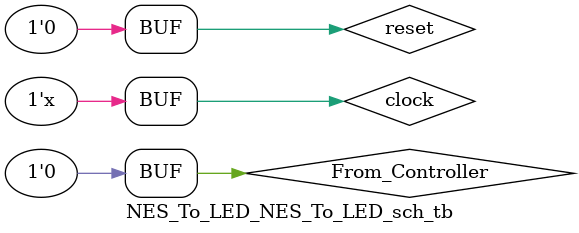
<source format=v>

`timescale 1ns / 1ps

module NES_To_LED_NES_To_LED_sch_tb();

// Inputs
   reg clock;
   reg reset;
   reg From_Controller;

// Output
   wire latch;
   wire pulse;
   wire [7:0] Buttons;

// Bidirs

// Instantiate the UUT
   NES_To_LED UUT (
		.clock(clock), 
		.latch(latch), 
		.pulse(pulse), 
		.Buttons(Buttons), 
		.reset(reset), 
		.From_Controller(From_Controller)
   );
// Initialize Inputs

	always #10 clock = ~clock;
	
   initial begin
		clock = 0;
		reset = 1;
		From_Controller = 0;
		
		#20;
		
		reset = 0;
	end
endmodule

</source>
